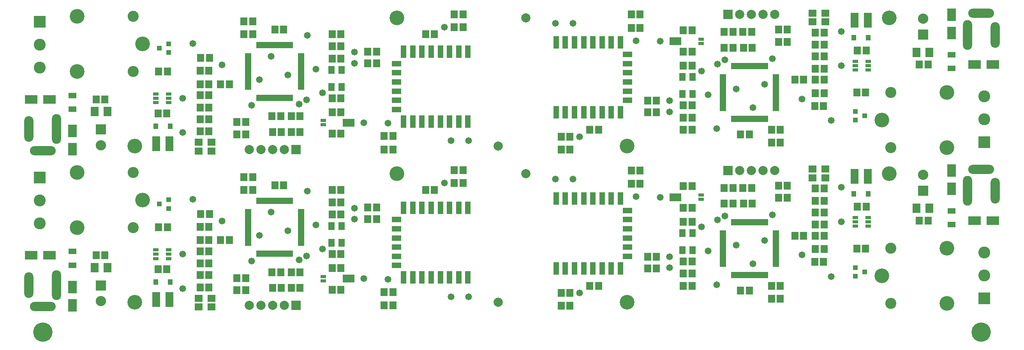
<source format=gts>
G04*
G04 #@! TF.GenerationSoftware,Altium Limited,Altium Designer,21.6.4 (81)*
G04*
G04 Layer_Color=8388736*
%FSLAX25Y25*%
%MOIN*%
G70*
G04*
G04 #@! TF.SameCoordinates,3D6B76B5-807D-490A-A4E0-8169CAFFE717*
G04*
G04*
G04 #@! TF.FilePolarity,Negative*
G04*
G01*
G75*
%ADD57C,0.07874*%
%ADD58C,0.04737*%
%ADD59R,0.04737X0.10642*%
%ADD60R,0.07887X0.04737*%
%ADD61R,0.06115X0.06706*%
%ADD62R,0.05918X0.06706*%
%ADD63R,0.05524X0.01981*%
%ADD64R,0.01981X0.05524*%
%ADD65R,0.05131X0.03162*%
%ADD66R,0.10249X0.06706*%
%ADD67R,0.05721X0.07099*%
%ADD68R,0.06902X0.12611*%
%ADD69R,0.04343X0.04540*%
%ADD70R,0.06706X0.05918*%
%ADD71R,0.07099X0.07887*%
%ADD72R,0.07099X0.04737*%
%ADD73R,0.10642X0.07493*%
%ADD74R,0.07493X0.10642*%
%ADD75R,0.04343X0.03950*%
%ADD76R,0.01981X0.05524*%
%ADD77C,0.16548*%
%ADD78R,0.07887X0.07887*%
%ADD79C,0.07887*%
%ADD80O,0.22060X0.07887*%
%ADD81O,0.07887X0.22060*%
%ADD82O,0.07887X0.25603*%
%ADD83C,0.08800*%
%ADD84R,0.08800X0.08800*%
%ADD85C,0.12611*%
%ADD86C,0.09461*%
%ADD87C,0.09461*%
%ADD88C,0.10249*%
%ADD89R,0.10249X0.10249*%
%ADD90C,0.12611*%
%ADD91C,0.05800*%
G54D57*
X433071Y122047D02*
D03*
Y255906D02*
D03*
X409449Y11811D02*
D03*
Y145669D02*
D03*
G54D58*
X433071Y122047D02*
D03*
Y255906D02*
D03*
X409449Y11811D02*
D03*
Y145669D02*
D03*
G54D59*
X466835Y40937D02*
D03*
X474709D02*
D03*
X482583D02*
D03*
X490457D02*
D03*
X498331D02*
D03*
X506205D02*
D03*
X514079D02*
D03*
Y100779D02*
D03*
X506205D02*
D03*
X498331D02*
D03*
X490457D02*
D03*
X482583D02*
D03*
X474709D02*
D03*
X466835D02*
D03*
X458961D02*
D03*
Y40937D02*
D03*
X466835Y174795D02*
D03*
X474709D02*
D03*
X482583D02*
D03*
X490457D02*
D03*
X498331D02*
D03*
X506205D02*
D03*
X514079D02*
D03*
Y234638D02*
D03*
X506205D02*
D03*
X498331D02*
D03*
X490457D02*
D03*
X482583D02*
D03*
X474709D02*
D03*
X466835D02*
D03*
X458961D02*
D03*
Y174795D02*
D03*
X375685Y92921D02*
D03*
X367811D02*
D03*
X359937D02*
D03*
X352063D02*
D03*
X344189D02*
D03*
X336315D02*
D03*
X328441D02*
D03*
Y33079D02*
D03*
X336315D02*
D03*
X344189D02*
D03*
X352063D02*
D03*
X359937D02*
D03*
X367811D02*
D03*
X375685D02*
D03*
X383559D02*
D03*
Y92921D02*
D03*
X375685Y226780D02*
D03*
X367811D02*
D03*
X359937D02*
D03*
X352063D02*
D03*
X344189D02*
D03*
X336315D02*
D03*
X328441D02*
D03*
Y166937D02*
D03*
X336315D02*
D03*
X344189D02*
D03*
X352063D02*
D03*
X359937D02*
D03*
X367811D02*
D03*
X375685D02*
D03*
X383559D02*
D03*
Y226780D02*
D03*
G54D60*
X519984Y90543D02*
D03*
D03*
Y82669D02*
D03*
Y74795D02*
D03*
Y66921D02*
D03*
Y59047D02*
D03*
Y51173D02*
D03*
Y224402D02*
D03*
D03*
Y216528D02*
D03*
Y208653D02*
D03*
Y200780D02*
D03*
Y192905D02*
D03*
Y185031D02*
D03*
X322535Y43315D02*
D03*
D03*
Y51189D02*
D03*
Y59063D02*
D03*
Y66937D02*
D03*
Y74811D02*
D03*
Y82685D02*
D03*
Y177173D02*
D03*
D03*
Y185047D02*
D03*
Y192921D02*
D03*
Y200795D02*
D03*
Y208669D02*
D03*
Y216543D02*
D03*
G54D61*
X619279Y96358D02*
D03*
X626760D02*
D03*
X688260Y78358D02*
D03*
X680780D02*
D03*
X656760Y111858D02*
D03*
X649279D02*
D03*
X610260Y109858D02*
D03*
X602779D02*
D03*
X649279Y101358D02*
D03*
X656760D02*
D03*
X688260Y98858D02*
D03*
X680780D02*
D03*
X680780Y68858D02*
D03*
X688260D02*
D03*
X530760Y113358D02*
D03*
X523279D02*
D03*
Y124858D02*
D03*
X530760D02*
D03*
X470760Y8858D02*
D03*
X463279D02*
D03*
X487780Y25858D02*
D03*
X495260D02*
D03*
X619279Y230217D02*
D03*
X626760D02*
D03*
X688260Y212216D02*
D03*
X680780D02*
D03*
X656760Y245717D02*
D03*
X649279D02*
D03*
X610260Y243717D02*
D03*
X602779D02*
D03*
X649279Y235216D02*
D03*
X656760D02*
D03*
X688260Y232716D02*
D03*
X680780D02*
D03*
X680780Y202716D02*
D03*
X688260D02*
D03*
X530760Y247217D02*
D03*
X523279D02*
D03*
Y258717D02*
D03*
X530760D02*
D03*
X470760Y142717D02*
D03*
X463279D02*
D03*
X487780Y159716D02*
D03*
X495260D02*
D03*
X223240Y37500D02*
D03*
X215760D02*
D03*
X154260Y55500D02*
D03*
X161740D02*
D03*
X185760Y22000D02*
D03*
X193240D02*
D03*
X232260Y24000D02*
D03*
X239740D02*
D03*
X193240Y32500D02*
D03*
X185760D02*
D03*
X154260Y35000D02*
D03*
X161740D02*
D03*
X161740Y65000D02*
D03*
X154260D02*
D03*
X311760Y20500D02*
D03*
X319240D02*
D03*
Y9000D02*
D03*
X311760D02*
D03*
X371760Y125000D02*
D03*
X379240D02*
D03*
X354740Y108000D02*
D03*
X347260D02*
D03*
X223240Y171358D02*
D03*
X215760D02*
D03*
X154260Y189358D02*
D03*
X161740D02*
D03*
X185760Y155858D02*
D03*
X193240D02*
D03*
X232260Y157858D02*
D03*
X239740D02*
D03*
X193240Y166358D02*
D03*
X185760D02*
D03*
X154260Y168858D02*
D03*
X161740D02*
D03*
X161740Y198858D02*
D03*
X154260D02*
D03*
X311760Y154358D02*
D03*
X319240D02*
D03*
Y142858D02*
D03*
X311760D02*
D03*
X371760Y258858D02*
D03*
X379240D02*
D03*
X354740Y241858D02*
D03*
X347260D02*
D03*
G54D62*
X624260Y21858D02*
D03*
X616780D02*
D03*
X643280Y14858D02*
D03*
X650760D02*
D03*
X663279Y68858D02*
D03*
X670760D02*
D03*
X643280Y25858D02*
D03*
X650760D02*
D03*
X602779Y96358D02*
D03*
X610260D02*
D03*
X723760Y57858D02*
D03*
X716280D02*
D03*
X575260Y46858D02*
D03*
X567779D02*
D03*
X575260Y36358D02*
D03*
X567779D02*
D03*
X575260Y25858D02*
D03*
X567779D02*
D03*
X618780Y109858D02*
D03*
X626260D02*
D03*
X575260Y111358D02*
D03*
X567779D02*
D03*
Y80858D02*
D03*
X575260D02*
D03*
Y92858D02*
D03*
X567779D02*
D03*
X680279Y46358D02*
D03*
X687760D02*
D03*
X688260Y88858D02*
D03*
X680780D02*
D03*
X716780Y93858D02*
D03*
X724260D02*
D03*
X680780Y109358D02*
D03*
X688260D02*
D03*
X777260Y81858D02*
D03*
X769779D02*
D03*
X688260Y57358D02*
D03*
X680780D02*
D03*
X537280Y50858D02*
D03*
X544760D02*
D03*
X537280Y40858D02*
D03*
X544760D02*
D03*
X463279Y19858D02*
D03*
X470760D02*
D03*
X624260Y155717D02*
D03*
X616780D02*
D03*
X643280Y148716D02*
D03*
X650760D02*
D03*
X663279Y202716D02*
D03*
X670760D02*
D03*
X643280Y159716D02*
D03*
X650760D02*
D03*
X602779Y230217D02*
D03*
X610260D02*
D03*
X723760Y191717D02*
D03*
X716280D02*
D03*
X575260Y180717D02*
D03*
X567779D02*
D03*
X575260Y170217D02*
D03*
X567779D02*
D03*
X575260Y159716D02*
D03*
X567779D02*
D03*
X618780Y243717D02*
D03*
X626260D02*
D03*
X575260Y245216D02*
D03*
X567779D02*
D03*
Y214717D02*
D03*
X575260D02*
D03*
Y226716D02*
D03*
X567779D02*
D03*
X680279Y180217D02*
D03*
X687760D02*
D03*
X688260Y222716D02*
D03*
X680780D02*
D03*
X716780Y227716D02*
D03*
X724260D02*
D03*
X680780Y243216D02*
D03*
X688260D02*
D03*
X777260Y215717D02*
D03*
X769779D02*
D03*
X688260Y191217D02*
D03*
X680780D02*
D03*
X537280Y184716D02*
D03*
X544760D02*
D03*
X537280Y174716D02*
D03*
X544760D02*
D03*
X463279Y153717D02*
D03*
X470760D02*
D03*
X218260Y112000D02*
D03*
X225740D02*
D03*
X199240Y119000D02*
D03*
X191760D02*
D03*
X179240Y65000D02*
D03*
X171760D02*
D03*
X199240Y108000D02*
D03*
X191760D02*
D03*
X239740Y37500D02*
D03*
X232260D02*
D03*
X118760Y76000D02*
D03*
X126240D02*
D03*
X267260Y87000D02*
D03*
X274740D02*
D03*
X267260Y97500D02*
D03*
X274740D02*
D03*
X267260Y108000D02*
D03*
X274740D02*
D03*
X223740Y24000D02*
D03*
X216260D02*
D03*
X267260Y22500D02*
D03*
X274740D02*
D03*
Y53000D02*
D03*
X267260D02*
D03*
Y41000D02*
D03*
X274740D02*
D03*
X162240Y87500D02*
D03*
X154760D02*
D03*
X154260Y45000D02*
D03*
X161740D02*
D03*
X125740Y40000D02*
D03*
X118260D02*
D03*
X161740Y24500D02*
D03*
X154260D02*
D03*
X65260Y52000D02*
D03*
X72740D02*
D03*
X154260Y76500D02*
D03*
X161740D02*
D03*
X305240Y83000D02*
D03*
X297760D02*
D03*
X305240Y93000D02*
D03*
X297760D02*
D03*
X379240Y114000D02*
D03*
X371760D02*
D03*
X218260Y245858D02*
D03*
X225740D02*
D03*
X199240Y252858D02*
D03*
X191760D02*
D03*
X179240Y198858D02*
D03*
X171760D02*
D03*
X199240Y241858D02*
D03*
X191760D02*
D03*
X239740Y171358D02*
D03*
X232260D02*
D03*
X118760Y209858D02*
D03*
X126240D02*
D03*
X267260Y220858D02*
D03*
X274740D02*
D03*
X267260Y231358D02*
D03*
X274740D02*
D03*
X267260Y241858D02*
D03*
X274740D02*
D03*
X223740Y157858D02*
D03*
X216260D02*
D03*
X267260Y156358D02*
D03*
X274740D02*
D03*
Y186858D02*
D03*
X267260D02*
D03*
Y174858D02*
D03*
X274740D02*
D03*
X162240Y221358D02*
D03*
X154760D02*
D03*
X154260Y178858D02*
D03*
X161740D02*
D03*
X125740Y173858D02*
D03*
X118260D02*
D03*
X161740Y158358D02*
D03*
X154260D02*
D03*
X65260Y185858D02*
D03*
X72740D02*
D03*
X154260Y210358D02*
D03*
X161740D02*
D03*
X305240Y216858D02*
D03*
X297760D02*
D03*
X305240Y226858D02*
D03*
X297760D02*
D03*
X379240Y247858D02*
D03*
X371760D02*
D03*
G54D63*
X601882Y72622D02*
D03*
Y70653D02*
D03*
Y68685D02*
D03*
Y66716D02*
D03*
Y64748D02*
D03*
Y62779D02*
D03*
Y60811D02*
D03*
Y58842D02*
D03*
Y56874D02*
D03*
Y54905D02*
D03*
Y52937D02*
D03*
Y50968D02*
D03*
Y49000D02*
D03*
Y47032D02*
D03*
Y45063D02*
D03*
Y43095D02*
D03*
X647157D02*
D03*
Y45063D02*
D03*
Y47032D02*
D03*
Y49000D02*
D03*
Y50968D02*
D03*
Y52937D02*
D03*
Y54905D02*
D03*
Y56874D02*
D03*
Y58842D02*
D03*
Y60811D02*
D03*
Y62779D02*
D03*
Y64748D02*
D03*
Y66716D02*
D03*
Y68685D02*
D03*
Y70653D02*
D03*
Y72622D02*
D03*
X601882Y206480D02*
D03*
Y204512D02*
D03*
Y202543D02*
D03*
Y200575D02*
D03*
Y198606D02*
D03*
Y196638D02*
D03*
Y194669D02*
D03*
Y192701D02*
D03*
Y190732D02*
D03*
Y188764D02*
D03*
Y186795D02*
D03*
Y184827D02*
D03*
Y182858D02*
D03*
Y180890D02*
D03*
Y178921D02*
D03*
Y176953D02*
D03*
X647157D02*
D03*
Y178921D02*
D03*
Y180890D02*
D03*
Y182858D02*
D03*
Y184827D02*
D03*
Y186795D02*
D03*
Y188764D02*
D03*
Y190732D02*
D03*
Y192701D02*
D03*
Y194669D02*
D03*
Y196638D02*
D03*
Y198606D02*
D03*
Y200575D02*
D03*
Y202543D02*
D03*
Y204512D02*
D03*
Y206480D02*
D03*
X240638Y61236D02*
D03*
Y63205D02*
D03*
Y65173D02*
D03*
Y67142D02*
D03*
Y69110D02*
D03*
Y71079D02*
D03*
Y73047D02*
D03*
Y75016D02*
D03*
Y76984D02*
D03*
Y78953D02*
D03*
Y80921D02*
D03*
Y82890D02*
D03*
Y84858D02*
D03*
Y86827D02*
D03*
Y88795D02*
D03*
Y90764D02*
D03*
X195362D02*
D03*
Y88795D02*
D03*
Y86827D02*
D03*
Y84858D02*
D03*
Y82890D02*
D03*
Y80921D02*
D03*
Y78953D02*
D03*
Y76984D02*
D03*
Y75016D02*
D03*
Y73047D02*
D03*
Y71079D02*
D03*
Y69110D02*
D03*
Y67142D02*
D03*
Y65173D02*
D03*
Y63205D02*
D03*
Y61236D02*
D03*
X240638Y195095D02*
D03*
Y197063D02*
D03*
Y199031D02*
D03*
Y201000D02*
D03*
Y202969D02*
D03*
Y204937D02*
D03*
Y206906D02*
D03*
Y208874D02*
D03*
Y210842D02*
D03*
Y212811D02*
D03*
Y214779D02*
D03*
Y216748D02*
D03*
Y218717D02*
D03*
Y220685D02*
D03*
Y222654D02*
D03*
Y224622D02*
D03*
X195362D02*
D03*
Y222654D02*
D03*
Y220685D02*
D03*
Y218717D02*
D03*
Y216748D02*
D03*
Y214779D02*
D03*
Y212811D02*
D03*
Y210842D02*
D03*
Y208874D02*
D03*
Y206906D02*
D03*
Y204937D02*
D03*
Y202969D02*
D03*
Y201000D02*
D03*
Y199031D02*
D03*
Y197063D02*
D03*
Y195095D02*
D03*
G54D64*
X609756Y35221D02*
D03*
X611724D02*
D03*
X613693D02*
D03*
X615661D02*
D03*
X617630D02*
D03*
X619598D02*
D03*
X621567D02*
D03*
X623535D02*
D03*
X625504D02*
D03*
X627472D02*
D03*
X629441D02*
D03*
X631409D02*
D03*
X633378D02*
D03*
X635347D02*
D03*
X637315D02*
D03*
X639284D02*
D03*
Y80496D02*
D03*
X637315D02*
D03*
X635347D02*
D03*
X633378D02*
D03*
X631409D02*
D03*
X629441D02*
D03*
X627472D02*
D03*
X625504D02*
D03*
X623535D02*
D03*
X621567D02*
D03*
X619598D02*
D03*
X617630D02*
D03*
X615661D02*
D03*
X613693D02*
D03*
X611724D02*
D03*
X609756D02*
D03*
Y169079D02*
D03*
X611724D02*
D03*
X613693D02*
D03*
X615661D02*
D03*
X617630D02*
D03*
X619598D02*
D03*
X621567D02*
D03*
X623535D02*
D03*
X625504D02*
D03*
X627472D02*
D03*
X629441D02*
D03*
X631409D02*
D03*
X633378D02*
D03*
X635347D02*
D03*
X637315D02*
D03*
X639284D02*
D03*
Y214354D02*
D03*
X637315D02*
D03*
X635347D02*
D03*
X633378D02*
D03*
X631409D02*
D03*
X629441D02*
D03*
X627472D02*
D03*
X625504D02*
D03*
X623535D02*
D03*
X621567D02*
D03*
X619598D02*
D03*
X617630D02*
D03*
X615661D02*
D03*
X613693D02*
D03*
X611724D02*
D03*
X609756D02*
D03*
X232764Y98638D02*
D03*
X230795D02*
D03*
X228827D02*
D03*
X226858D02*
D03*
X224890D02*
D03*
X222921D02*
D03*
X220953D02*
D03*
X218984D02*
D03*
X217016D02*
D03*
X215047D02*
D03*
X213079D02*
D03*
X211110D02*
D03*
X209142D02*
D03*
X207173D02*
D03*
X205205D02*
D03*
X203236D02*
D03*
X232764Y232496D02*
D03*
X230795D02*
D03*
X228827D02*
D03*
X226858D02*
D03*
X224890D02*
D03*
X222921D02*
D03*
X220953D02*
D03*
X218984D02*
D03*
X217016D02*
D03*
X215047D02*
D03*
X213079D02*
D03*
X211110D02*
D03*
X209142D02*
D03*
X207173D02*
D03*
X205205D02*
D03*
X203236D02*
D03*
G54D65*
X582945Y103630D02*
D03*
Y100087D02*
D03*
X715008Y84598D02*
D03*
Y80858D02*
D03*
Y77118D02*
D03*
X726031D02*
D03*
Y80858D02*
D03*
Y84598D02*
D03*
X582945Y237488D02*
D03*
Y233945D02*
D03*
X715008Y218457D02*
D03*
Y214717D02*
D03*
Y210976D02*
D03*
X726031D02*
D03*
Y214717D02*
D03*
Y218457D02*
D03*
X259575Y30228D02*
D03*
Y33772D02*
D03*
X127512Y49260D02*
D03*
Y53000D02*
D03*
Y56740D02*
D03*
X116488D02*
D03*
Y53000D02*
D03*
Y49260D02*
D03*
X259575Y164087D02*
D03*
Y167630D02*
D03*
X127512Y183118D02*
D03*
Y186858D02*
D03*
Y190598D02*
D03*
X116488D02*
D03*
Y186858D02*
D03*
Y183118D02*
D03*
G54D66*
X561095Y101858D02*
D03*
Y235717D02*
D03*
X281425Y32000D02*
D03*
Y165858D02*
D03*
G54D67*
X567189Y71142D02*
D03*
X575850Y56575D02*
D03*
X567189D02*
D03*
X575850Y71142D02*
D03*
X567189Y205000D02*
D03*
X575850Y190433D02*
D03*
X567189D02*
D03*
X575850Y205000D02*
D03*
X275331Y62717D02*
D03*
X266669Y77284D02*
D03*
X275331D02*
D03*
X266669Y62717D02*
D03*
X275331Y196575D02*
D03*
X266669Y211142D02*
D03*
X275331D02*
D03*
X266669Y196575D02*
D03*
G54D68*
X725630Y119858D02*
D03*
X714409D02*
D03*
X725630Y253716D02*
D03*
X714409D02*
D03*
X116890Y14000D02*
D03*
X128110D02*
D03*
X116890Y147858D02*
D03*
X128110D02*
D03*
G54D69*
X713819Y104858D02*
D03*
X726221D02*
D03*
X713819Y238717D02*
D03*
X726221D02*
D03*
X128701Y29000D02*
D03*
X116299D02*
D03*
X128701Y162858D02*
D03*
X116299D02*
D03*
G54D70*
X678520Y126098D02*
D03*
Y118618D02*
D03*
X689520Y126098D02*
D03*
Y118618D02*
D03*
X678520Y259957D02*
D03*
Y252476D02*
D03*
X689520Y259957D02*
D03*
Y252476D02*
D03*
X164000Y7760D02*
D03*
Y15240D02*
D03*
X153000Y7760D02*
D03*
Y15240D02*
D03*
X164000Y141618D02*
D03*
Y149098D02*
D03*
X153000Y141618D02*
D03*
Y149098D02*
D03*
G54D71*
X778532Y92358D02*
D03*
X767508D02*
D03*
X778532Y226217D02*
D03*
X767508D02*
D03*
X63988Y41500D02*
D03*
X75012D02*
D03*
X63988Y175358D02*
D03*
X75012D02*
D03*
G54D72*
X797520Y90264D02*
D03*
Y78453D02*
D03*
Y224122D02*
D03*
Y212311D02*
D03*
X45000Y43595D02*
D03*
Y55405D02*
D03*
Y177453D02*
D03*
Y189264D02*
D03*
G54D73*
X817146Y81858D02*
D03*
X832894D02*
D03*
X817146Y215717D02*
D03*
X832894D02*
D03*
X25374Y52000D02*
D03*
X9626D02*
D03*
X25374Y185858D02*
D03*
X9626D02*
D03*
G54D74*
X797520Y108984D02*
D03*
Y124732D02*
D03*
Y242843D02*
D03*
Y258591D02*
D03*
X45000Y24874D02*
D03*
Y9126D02*
D03*
Y158732D02*
D03*
Y142984D02*
D03*
G54D75*
X715083Y41598D02*
D03*
X722957Y37858D02*
D03*
X715083Y34118D02*
D03*
Y175457D02*
D03*
X722957Y171716D02*
D03*
X715083Y167976D02*
D03*
X127437Y92260D02*
D03*
X119563Y96000D02*
D03*
X127437Y99740D02*
D03*
Y226118D02*
D03*
X119563Y229858D02*
D03*
X127437Y233598D02*
D03*
G54D76*
X203236Y53362D02*
D03*
X205205D02*
D03*
X207173D02*
D03*
X209142D02*
D03*
X211110D02*
D03*
X213079D02*
D03*
X215047D02*
D03*
X217016D02*
D03*
X218984D02*
D03*
X220953D02*
D03*
X222921D02*
D03*
X224890D02*
D03*
X226858D02*
D03*
X228827D02*
D03*
X230795D02*
D03*
X232764D02*
D03*
X203236Y187221D02*
D03*
X205205D02*
D03*
X207173D02*
D03*
X209142D02*
D03*
X211110D02*
D03*
X213079D02*
D03*
X215047D02*
D03*
X217016D02*
D03*
X218984D02*
D03*
X220953D02*
D03*
X222921D02*
D03*
X224890D02*
D03*
X226858D02*
D03*
X228827D02*
D03*
X230795D02*
D03*
X232764D02*
D03*
G54D77*
X822835Y-13780D02*
D03*
X19685D02*
D03*
G54D78*
X606020Y124858D02*
D03*
Y258717D02*
D03*
X236500Y9000D02*
D03*
Y142858D02*
D03*
G54D79*
X646020Y124858D02*
D03*
X636020D02*
D03*
X626020D02*
D03*
X616020D02*
D03*
X646020Y258717D02*
D03*
X636020D02*
D03*
X626020D02*
D03*
X616020D02*
D03*
X196500Y9000D02*
D03*
X206500D02*
D03*
X216500D02*
D03*
X226500D02*
D03*
X196500Y142858D02*
D03*
X206500D02*
D03*
X216500D02*
D03*
X226500D02*
D03*
G54D80*
X822831Y125862D02*
D03*
Y259720D02*
D03*
X19689Y7996D02*
D03*
Y141854D02*
D03*
G54D81*
X834642Y107358D02*
D03*
Y241216D02*
D03*
X7878Y26500D02*
D03*
Y160358D02*
D03*
G54D82*
X811020Y107358D02*
D03*
Y241216D02*
D03*
X31500Y26500D02*
D03*
Y160358D02*
D03*
G54D83*
X773020Y121108D02*
D03*
Y254966D02*
D03*
X69500Y12750D02*
D03*
Y146608D02*
D03*
G54D84*
X773020Y107608D02*
D03*
Y241466D02*
D03*
X69500Y26250D02*
D03*
Y160108D02*
D03*
G54D85*
X737567Y34358D02*
D03*
X793472Y10736D02*
D03*
Y57980D02*
D03*
X737567Y168217D02*
D03*
X793472Y144595D02*
D03*
Y191839D02*
D03*
X104953Y99500D02*
D03*
X49047Y123122D02*
D03*
Y75878D02*
D03*
X104953Y233358D02*
D03*
X49047Y256980D02*
D03*
Y209736D02*
D03*
G54D86*
X745441Y10736D02*
D03*
Y144595D02*
D03*
X97079Y123122D02*
D03*
Y256980D02*
D03*
G54D87*
X745441Y57980D02*
D03*
Y191839D02*
D03*
X97079Y75878D02*
D03*
Y209736D02*
D03*
G54D88*
X825520Y34858D02*
D03*
Y54543D02*
D03*
Y168717D02*
D03*
Y188402D02*
D03*
X17000Y99000D02*
D03*
Y79315D02*
D03*
Y232858D02*
D03*
Y213173D02*
D03*
G54D89*
X825520Y15173D02*
D03*
Y149031D02*
D03*
X17000Y118685D02*
D03*
Y252543D02*
D03*
G54D90*
X519685Y11811D02*
D03*
X744095Y122047D02*
D03*
X519685Y145669D02*
D03*
X744095Y255906D02*
D03*
X322835Y122047D02*
D03*
X98425Y11811D02*
D03*
X322835Y255906D02*
D03*
X98425Y145669D02*
D03*
G54D91*
X597020Y82358D02*
D03*
X603520Y85858D02*
D03*
X458520Y117358D02*
D03*
X473520D02*
D03*
X637520Y64858D02*
D03*
X596520Y26858D02*
D03*
X644020Y86858D02*
D03*
X669520Y52358D02*
D03*
X627520Y44858D02*
D03*
X589020Y55858D02*
D03*
X556020Y50858D02*
D03*
Y41358D02*
D03*
X694520Y33858D02*
D03*
X703020Y110358D02*
D03*
Y80858D02*
D03*
X583520Y76358D02*
D03*
X613020Y60858D02*
D03*
X527520Y102358D02*
D03*
X548020Y101858D02*
D03*
X479020Y19858D02*
D03*
X597020Y216216D02*
D03*
X603520Y219717D02*
D03*
X458520Y251217D02*
D03*
X473520D02*
D03*
X637520Y198716D02*
D03*
X596520Y160716D02*
D03*
X644020Y220717D02*
D03*
X669520Y186216D02*
D03*
X627520Y178717D02*
D03*
X589020Y189716D02*
D03*
X556020Y184716D02*
D03*
Y175216D02*
D03*
X694520Y167717D02*
D03*
X703020Y244216D02*
D03*
Y214717D02*
D03*
X583520Y210216D02*
D03*
X613020Y194717D02*
D03*
X527520Y236216D02*
D03*
X548020Y235717D02*
D03*
X479020Y153717D02*
D03*
X245500Y51500D02*
D03*
X239000Y48000D02*
D03*
X384000Y16500D02*
D03*
X369000D02*
D03*
X205000Y69000D02*
D03*
X246000Y107000D02*
D03*
X198500Y47000D02*
D03*
X173000Y81500D02*
D03*
X215000Y89000D02*
D03*
X253500Y78000D02*
D03*
X286500Y83000D02*
D03*
Y92500D02*
D03*
X148000Y100000D02*
D03*
X139500Y23500D02*
D03*
Y53000D02*
D03*
X259000Y57500D02*
D03*
X229500Y73000D02*
D03*
X315000Y31500D02*
D03*
X294500Y32000D02*
D03*
X363500Y114000D02*
D03*
X245500Y185358D02*
D03*
X239000Y181858D02*
D03*
X384000Y150358D02*
D03*
X369000D02*
D03*
X205000Y202858D02*
D03*
X246000Y240858D02*
D03*
X198500Y180858D02*
D03*
X173000Y215358D02*
D03*
X215000Y222858D02*
D03*
X253500Y211858D02*
D03*
X286500Y216858D02*
D03*
Y226358D02*
D03*
X148000Y233858D02*
D03*
X139500Y157358D02*
D03*
Y186858D02*
D03*
X259000Y191358D02*
D03*
X229500Y206858D02*
D03*
X315000Y165358D02*
D03*
X294500Y165858D02*
D03*
X363500Y247858D02*
D03*
M02*

</source>
